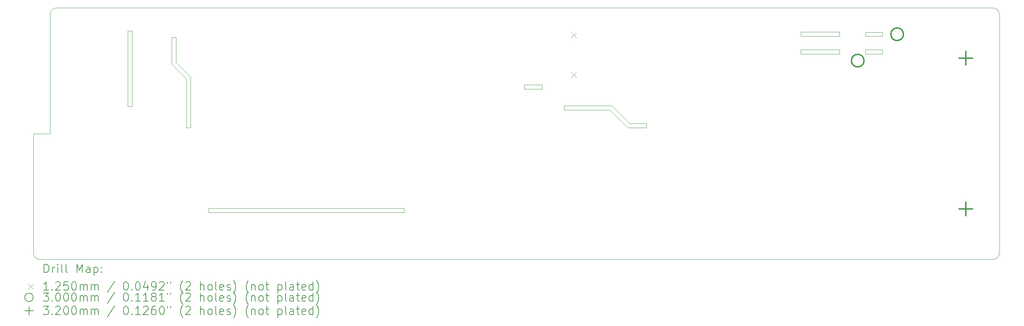
<source format=gbr>
%TF.GenerationSoftware,KiCad,Pcbnew,7.0.10-7.0.10~ubuntu22.04.1*%
%TF.CreationDate,2024-01-02T16:00:06+01:00*%
%TF.ProjectId,EEZ DIB AUX-PS,45455a20-4449-4422-9041-55582d50532e,r3B7*%
%TF.SameCoordinates,Original*%
%TF.FileFunction,Drillmap*%
%TF.FilePolarity,Positive*%
%FSLAX45Y45*%
G04 Gerber Fmt 4.5, Leading zero omitted, Abs format (unit mm)*
G04 Created by KiCad (PCBNEW 7.0.10-7.0.10~ubuntu22.04.1) date 2024-01-02 16:00:06*
%MOMM*%
%LPD*%
G01*
G04 APERTURE LIST*
%ADD10C,0.101600*%
%ADD11C,0.100000*%
%ADD12C,0.200000*%
%ADD13C,0.125000*%
%ADD14C,0.300000*%
%ADD15C,0.320000*%
G04 APERTURE END LIST*
D10*
X7509760Y-12281160D02*
X12170660Y-12281160D01*
X6725110Y-8800360D02*
X6725110Y-8200360D01*
X17955510Y-10363460D02*
X17504660Y-10363460D01*
D11*
X26375110Y-13350360D02*
X26375110Y-7650360D01*
D10*
X15039975Y-9334500D02*
X15465425Y-9334500D01*
X7075110Y-10358410D02*
X7075110Y-9150360D01*
D11*
X3325110Y-13350360D02*
G75*
G03*
X3475110Y-13500360I150000J0D01*
G01*
X3475110Y-13500360D02*
X26225110Y-13500360D01*
D10*
X7075110Y-9150360D02*
X6725110Y-8800360D01*
X15039975Y-9334500D02*
X15039975Y-9436100D01*
X7509760Y-12382760D02*
X12170660Y-12382760D01*
X17549110Y-10261860D02*
X17955510Y-10261860D01*
X6975110Y-10358410D02*
X7075110Y-10358410D01*
D11*
X3725110Y-10500360D02*
X3725110Y-7650360D01*
D10*
X15993360Y-9938010D02*
X15993360Y-9836410D01*
D11*
X26225110Y-13500360D02*
G75*
G03*
X26375110Y-13350360I0J150000D01*
G01*
D10*
X17955510Y-10261860D02*
X17955510Y-10363460D01*
X6625110Y-8840360D02*
X6625110Y-8200360D01*
X6975110Y-10358410D02*
X6975110Y-9190360D01*
X17079210Y-9938010D02*
X15993360Y-9938010D01*
D11*
X3875110Y-7500360D02*
G75*
G03*
X3725110Y-7650360I0J-150000D01*
G01*
D10*
X15465425Y-9436100D02*
X15039975Y-9436100D01*
X17123660Y-9836410D02*
X17549110Y-10261860D01*
X15465425Y-9334500D02*
X15465425Y-9436100D01*
D11*
X26225110Y-7500360D02*
X3875110Y-7500360D01*
X3325110Y-13350360D02*
X3325110Y-10500360D01*
D10*
X15993360Y-9836410D02*
X17123660Y-9836410D01*
X6625110Y-8200360D02*
X6725110Y-8200360D01*
X7509760Y-12382760D02*
X7509760Y-12281160D01*
D11*
X26375110Y-7650360D02*
G75*
G03*
X26225110Y-7500360I-150000J0D01*
G01*
D10*
X6975110Y-9190360D02*
X6625110Y-8840360D01*
X12170660Y-12382760D02*
X12170660Y-12281160D01*
X17504660Y-10363460D02*
X17079210Y-9938010D01*
D11*
X3325110Y-10500360D02*
X3725110Y-10500360D01*
X5575110Y-8050360D02*
X5675110Y-8050360D01*
X5575110Y-9850360D02*
X5575110Y-8050360D01*
X5675110Y-8050360D02*
X5675110Y-9850360D01*
X5675110Y-9850360D02*
X5575110Y-9850360D01*
X23180700Y-8078312D02*
X23580700Y-8078312D01*
X23180700Y-8178312D02*
X23180700Y-8078312D01*
X23180700Y-8498312D02*
X23580700Y-8498312D01*
X23180700Y-8598312D02*
X23180700Y-8498312D01*
X23580700Y-8078312D02*
X23580700Y-8178312D01*
X23580700Y-8178312D02*
X23180700Y-8178312D01*
X23580700Y-8498312D02*
X23580700Y-8598312D01*
X23580700Y-8598312D02*
X23180700Y-8598312D01*
X22558000Y-8077550D02*
X22558000Y-8177550D01*
X21638000Y-8077550D02*
X22558000Y-8077550D01*
X22558000Y-8177550D02*
X21638000Y-8177550D01*
X21638000Y-8177550D02*
X21638000Y-8077550D01*
X22558000Y-8497550D02*
X22558000Y-8597550D01*
X21638000Y-8497550D02*
X22558000Y-8497550D01*
X22558000Y-8597550D02*
X21638000Y-8597550D01*
X21638000Y-8597550D02*
X21638000Y-8497550D01*
D12*
D13*
X16161750Y-8091000D02*
X16286750Y-8216000D01*
X16286750Y-8091000D02*
X16161750Y-8216000D01*
X16161750Y-9037150D02*
X16286750Y-9162150D01*
X16286750Y-9037150D02*
X16161750Y-9162150D01*
D14*
X23145700Y-8758312D02*
G75*
G03*
X22845700Y-8758312I-150000J0D01*
G01*
X22845700Y-8758312D02*
G75*
G03*
X23145700Y-8758312I150000J0D01*
G01*
X24085700Y-8128312D02*
G75*
G03*
X23785700Y-8128312I-150000J0D01*
G01*
X23785700Y-8128312D02*
G75*
G03*
X24085700Y-8128312I150000J0D01*
G01*
D15*
X25575110Y-8540360D02*
X25575110Y-8860360D01*
X25415110Y-8700360D02*
X25735110Y-8700360D01*
X25575110Y-12140360D02*
X25575110Y-12460360D01*
X25415110Y-12300360D02*
X25735110Y-12300360D01*
D12*
X3580887Y-13816844D02*
X3580887Y-13616844D01*
X3580887Y-13616844D02*
X3628506Y-13616844D01*
X3628506Y-13616844D02*
X3657077Y-13626368D01*
X3657077Y-13626368D02*
X3676125Y-13645415D01*
X3676125Y-13645415D02*
X3685649Y-13664463D01*
X3685649Y-13664463D02*
X3695172Y-13702558D01*
X3695172Y-13702558D02*
X3695172Y-13731129D01*
X3695172Y-13731129D02*
X3685649Y-13769225D01*
X3685649Y-13769225D02*
X3676125Y-13788272D01*
X3676125Y-13788272D02*
X3657077Y-13807320D01*
X3657077Y-13807320D02*
X3628506Y-13816844D01*
X3628506Y-13816844D02*
X3580887Y-13816844D01*
X3780887Y-13816844D02*
X3780887Y-13683510D01*
X3780887Y-13721606D02*
X3790411Y-13702558D01*
X3790411Y-13702558D02*
X3799934Y-13693034D01*
X3799934Y-13693034D02*
X3818982Y-13683510D01*
X3818982Y-13683510D02*
X3838030Y-13683510D01*
X3904696Y-13816844D02*
X3904696Y-13683510D01*
X3904696Y-13616844D02*
X3895172Y-13626368D01*
X3895172Y-13626368D02*
X3904696Y-13635891D01*
X3904696Y-13635891D02*
X3914220Y-13626368D01*
X3914220Y-13626368D02*
X3904696Y-13616844D01*
X3904696Y-13616844D02*
X3904696Y-13635891D01*
X4028506Y-13816844D02*
X4009458Y-13807320D01*
X4009458Y-13807320D02*
X3999934Y-13788272D01*
X3999934Y-13788272D02*
X3999934Y-13616844D01*
X4133268Y-13816844D02*
X4114220Y-13807320D01*
X4114220Y-13807320D02*
X4104696Y-13788272D01*
X4104696Y-13788272D02*
X4104696Y-13616844D01*
X4361839Y-13816844D02*
X4361839Y-13616844D01*
X4361839Y-13616844D02*
X4428506Y-13759701D01*
X4428506Y-13759701D02*
X4495173Y-13616844D01*
X4495173Y-13616844D02*
X4495173Y-13816844D01*
X4676125Y-13816844D02*
X4676125Y-13712082D01*
X4676125Y-13712082D02*
X4666601Y-13693034D01*
X4666601Y-13693034D02*
X4647554Y-13683510D01*
X4647554Y-13683510D02*
X4609458Y-13683510D01*
X4609458Y-13683510D02*
X4590411Y-13693034D01*
X4676125Y-13807320D02*
X4657077Y-13816844D01*
X4657077Y-13816844D02*
X4609458Y-13816844D01*
X4609458Y-13816844D02*
X4590411Y-13807320D01*
X4590411Y-13807320D02*
X4580887Y-13788272D01*
X4580887Y-13788272D02*
X4580887Y-13769225D01*
X4580887Y-13769225D02*
X4590411Y-13750177D01*
X4590411Y-13750177D02*
X4609458Y-13740653D01*
X4609458Y-13740653D02*
X4657077Y-13740653D01*
X4657077Y-13740653D02*
X4676125Y-13731129D01*
X4771363Y-13683510D02*
X4771363Y-13883510D01*
X4771363Y-13693034D02*
X4790411Y-13683510D01*
X4790411Y-13683510D02*
X4828506Y-13683510D01*
X4828506Y-13683510D02*
X4847554Y-13693034D01*
X4847554Y-13693034D02*
X4857077Y-13702558D01*
X4857077Y-13702558D02*
X4866601Y-13721606D01*
X4866601Y-13721606D02*
X4866601Y-13778748D01*
X4866601Y-13778748D02*
X4857077Y-13797796D01*
X4857077Y-13797796D02*
X4847554Y-13807320D01*
X4847554Y-13807320D02*
X4828506Y-13816844D01*
X4828506Y-13816844D02*
X4790411Y-13816844D01*
X4790411Y-13816844D02*
X4771363Y-13807320D01*
X4952315Y-13797796D02*
X4961839Y-13807320D01*
X4961839Y-13807320D02*
X4952315Y-13816844D01*
X4952315Y-13816844D02*
X4942792Y-13807320D01*
X4942792Y-13807320D02*
X4952315Y-13797796D01*
X4952315Y-13797796D02*
X4952315Y-13816844D01*
X4952315Y-13693034D02*
X4961839Y-13702558D01*
X4961839Y-13702558D02*
X4952315Y-13712082D01*
X4952315Y-13712082D02*
X4942792Y-13702558D01*
X4942792Y-13702558D02*
X4952315Y-13693034D01*
X4952315Y-13693034D02*
X4952315Y-13712082D01*
D13*
X3195110Y-14082860D02*
X3320110Y-14207860D01*
X3320110Y-14082860D02*
X3195110Y-14207860D01*
D12*
X3685649Y-14236844D02*
X3571363Y-14236844D01*
X3628506Y-14236844D02*
X3628506Y-14036844D01*
X3628506Y-14036844D02*
X3609458Y-14065415D01*
X3609458Y-14065415D02*
X3590411Y-14084463D01*
X3590411Y-14084463D02*
X3571363Y-14093987D01*
X3771363Y-14217796D02*
X3780887Y-14227320D01*
X3780887Y-14227320D02*
X3771363Y-14236844D01*
X3771363Y-14236844D02*
X3761839Y-14227320D01*
X3761839Y-14227320D02*
X3771363Y-14217796D01*
X3771363Y-14217796D02*
X3771363Y-14236844D01*
X3857077Y-14055891D02*
X3866601Y-14046368D01*
X3866601Y-14046368D02*
X3885649Y-14036844D01*
X3885649Y-14036844D02*
X3933268Y-14036844D01*
X3933268Y-14036844D02*
X3952315Y-14046368D01*
X3952315Y-14046368D02*
X3961839Y-14055891D01*
X3961839Y-14055891D02*
X3971363Y-14074939D01*
X3971363Y-14074939D02*
X3971363Y-14093987D01*
X3971363Y-14093987D02*
X3961839Y-14122558D01*
X3961839Y-14122558D02*
X3847553Y-14236844D01*
X3847553Y-14236844D02*
X3971363Y-14236844D01*
X4152315Y-14036844D02*
X4057077Y-14036844D01*
X4057077Y-14036844D02*
X4047553Y-14132082D01*
X4047553Y-14132082D02*
X4057077Y-14122558D01*
X4057077Y-14122558D02*
X4076125Y-14113034D01*
X4076125Y-14113034D02*
X4123744Y-14113034D01*
X4123744Y-14113034D02*
X4142792Y-14122558D01*
X4142792Y-14122558D02*
X4152315Y-14132082D01*
X4152315Y-14132082D02*
X4161839Y-14151129D01*
X4161839Y-14151129D02*
X4161839Y-14198748D01*
X4161839Y-14198748D02*
X4152315Y-14217796D01*
X4152315Y-14217796D02*
X4142792Y-14227320D01*
X4142792Y-14227320D02*
X4123744Y-14236844D01*
X4123744Y-14236844D02*
X4076125Y-14236844D01*
X4076125Y-14236844D02*
X4057077Y-14227320D01*
X4057077Y-14227320D02*
X4047553Y-14217796D01*
X4285649Y-14036844D02*
X4304696Y-14036844D01*
X4304696Y-14036844D02*
X4323744Y-14046368D01*
X4323744Y-14046368D02*
X4333268Y-14055891D01*
X4333268Y-14055891D02*
X4342792Y-14074939D01*
X4342792Y-14074939D02*
X4352315Y-14113034D01*
X4352315Y-14113034D02*
X4352315Y-14160653D01*
X4352315Y-14160653D02*
X4342792Y-14198748D01*
X4342792Y-14198748D02*
X4333268Y-14217796D01*
X4333268Y-14217796D02*
X4323744Y-14227320D01*
X4323744Y-14227320D02*
X4304696Y-14236844D01*
X4304696Y-14236844D02*
X4285649Y-14236844D01*
X4285649Y-14236844D02*
X4266601Y-14227320D01*
X4266601Y-14227320D02*
X4257077Y-14217796D01*
X4257077Y-14217796D02*
X4247554Y-14198748D01*
X4247554Y-14198748D02*
X4238030Y-14160653D01*
X4238030Y-14160653D02*
X4238030Y-14113034D01*
X4238030Y-14113034D02*
X4247554Y-14074939D01*
X4247554Y-14074939D02*
X4257077Y-14055891D01*
X4257077Y-14055891D02*
X4266601Y-14046368D01*
X4266601Y-14046368D02*
X4285649Y-14036844D01*
X4438030Y-14236844D02*
X4438030Y-14103510D01*
X4438030Y-14122558D02*
X4447554Y-14113034D01*
X4447554Y-14113034D02*
X4466601Y-14103510D01*
X4466601Y-14103510D02*
X4495173Y-14103510D01*
X4495173Y-14103510D02*
X4514220Y-14113034D01*
X4514220Y-14113034D02*
X4523744Y-14132082D01*
X4523744Y-14132082D02*
X4523744Y-14236844D01*
X4523744Y-14132082D02*
X4533268Y-14113034D01*
X4533268Y-14113034D02*
X4552315Y-14103510D01*
X4552315Y-14103510D02*
X4580887Y-14103510D01*
X4580887Y-14103510D02*
X4599935Y-14113034D01*
X4599935Y-14113034D02*
X4609458Y-14132082D01*
X4609458Y-14132082D02*
X4609458Y-14236844D01*
X4704696Y-14236844D02*
X4704696Y-14103510D01*
X4704696Y-14122558D02*
X4714220Y-14113034D01*
X4714220Y-14113034D02*
X4733268Y-14103510D01*
X4733268Y-14103510D02*
X4761839Y-14103510D01*
X4761839Y-14103510D02*
X4780887Y-14113034D01*
X4780887Y-14113034D02*
X4790411Y-14132082D01*
X4790411Y-14132082D02*
X4790411Y-14236844D01*
X4790411Y-14132082D02*
X4799935Y-14113034D01*
X4799935Y-14113034D02*
X4818982Y-14103510D01*
X4818982Y-14103510D02*
X4847554Y-14103510D01*
X4847554Y-14103510D02*
X4866601Y-14113034D01*
X4866601Y-14113034D02*
X4876125Y-14132082D01*
X4876125Y-14132082D02*
X4876125Y-14236844D01*
X5266601Y-14027320D02*
X5095173Y-14284463D01*
X5523744Y-14036844D02*
X5542792Y-14036844D01*
X5542792Y-14036844D02*
X5561839Y-14046368D01*
X5561839Y-14046368D02*
X5571363Y-14055891D01*
X5571363Y-14055891D02*
X5580887Y-14074939D01*
X5580887Y-14074939D02*
X5590411Y-14113034D01*
X5590411Y-14113034D02*
X5590411Y-14160653D01*
X5590411Y-14160653D02*
X5580887Y-14198748D01*
X5580887Y-14198748D02*
X5571363Y-14217796D01*
X5571363Y-14217796D02*
X5561839Y-14227320D01*
X5561839Y-14227320D02*
X5542792Y-14236844D01*
X5542792Y-14236844D02*
X5523744Y-14236844D01*
X5523744Y-14236844D02*
X5504697Y-14227320D01*
X5504697Y-14227320D02*
X5495173Y-14217796D01*
X5495173Y-14217796D02*
X5485649Y-14198748D01*
X5485649Y-14198748D02*
X5476125Y-14160653D01*
X5476125Y-14160653D02*
X5476125Y-14113034D01*
X5476125Y-14113034D02*
X5485649Y-14074939D01*
X5485649Y-14074939D02*
X5495173Y-14055891D01*
X5495173Y-14055891D02*
X5504697Y-14046368D01*
X5504697Y-14046368D02*
X5523744Y-14036844D01*
X5676125Y-14217796D02*
X5685649Y-14227320D01*
X5685649Y-14227320D02*
X5676125Y-14236844D01*
X5676125Y-14236844D02*
X5666601Y-14227320D01*
X5666601Y-14227320D02*
X5676125Y-14217796D01*
X5676125Y-14217796D02*
X5676125Y-14236844D01*
X5809458Y-14036844D02*
X5828506Y-14036844D01*
X5828506Y-14036844D02*
X5847554Y-14046368D01*
X5847554Y-14046368D02*
X5857077Y-14055891D01*
X5857077Y-14055891D02*
X5866601Y-14074939D01*
X5866601Y-14074939D02*
X5876125Y-14113034D01*
X5876125Y-14113034D02*
X5876125Y-14160653D01*
X5876125Y-14160653D02*
X5866601Y-14198748D01*
X5866601Y-14198748D02*
X5857077Y-14217796D01*
X5857077Y-14217796D02*
X5847554Y-14227320D01*
X5847554Y-14227320D02*
X5828506Y-14236844D01*
X5828506Y-14236844D02*
X5809458Y-14236844D01*
X5809458Y-14236844D02*
X5790411Y-14227320D01*
X5790411Y-14227320D02*
X5780887Y-14217796D01*
X5780887Y-14217796D02*
X5771363Y-14198748D01*
X5771363Y-14198748D02*
X5761839Y-14160653D01*
X5761839Y-14160653D02*
X5761839Y-14113034D01*
X5761839Y-14113034D02*
X5771363Y-14074939D01*
X5771363Y-14074939D02*
X5780887Y-14055891D01*
X5780887Y-14055891D02*
X5790411Y-14046368D01*
X5790411Y-14046368D02*
X5809458Y-14036844D01*
X6047554Y-14103510D02*
X6047554Y-14236844D01*
X5999935Y-14027320D02*
X5952316Y-14170177D01*
X5952316Y-14170177D02*
X6076125Y-14170177D01*
X6161839Y-14236844D02*
X6199935Y-14236844D01*
X6199935Y-14236844D02*
X6218982Y-14227320D01*
X6218982Y-14227320D02*
X6228506Y-14217796D01*
X6228506Y-14217796D02*
X6247554Y-14189225D01*
X6247554Y-14189225D02*
X6257077Y-14151129D01*
X6257077Y-14151129D02*
X6257077Y-14074939D01*
X6257077Y-14074939D02*
X6247554Y-14055891D01*
X6247554Y-14055891D02*
X6238030Y-14046368D01*
X6238030Y-14046368D02*
X6218982Y-14036844D01*
X6218982Y-14036844D02*
X6180887Y-14036844D01*
X6180887Y-14036844D02*
X6161839Y-14046368D01*
X6161839Y-14046368D02*
X6152316Y-14055891D01*
X6152316Y-14055891D02*
X6142792Y-14074939D01*
X6142792Y-14074939D02*
X6142792Y-14122558D01*
X6142792Y-14122558D02*
X6152316Y-14141606D01*
X6152316Y-14141606D02*
X6161839Y-14151129D01*
X6161839Y-14151129D02*
X6180887Y-14160653D01*
X6180887Y-14160653D02*
X6218982Y-14160653D01*
X6218982Y-14160653D02*
X6238030Y-14151129D01*
X6238030Y-14151129D02*
X6247554Y-14141606D01*
X6247554Y-14141606D02*
X6257077Y-14122558D01*
X6333268Y-14055891D02*
X6342792Y-14046368D01*
X6342792Y-14046368D02*
X6361839Y-14036844D01*
X6361839Y-14036844D02*
X6409458Y-14036844D01*
X6409458Y-14036844D02*
X6428506Y-14046368D01*
X6428506Y-14046368D02*
X6438030Y-14055891D01*
X6438030Y-14055891D02*
X6447554Y-14074939D01*
X6447554Y-14074939D02*
X6447554Y-14093987D01*
X6447554Y-14093987D02*
X6438030Y-14122558D01*
X6438030Y-14122558D02*
X6323744Y-14236844D01*
X6323744Y-14236844D02*
X6447554Y-14236844D01*
X6523744Y-14036844D02*
X6523744Y-14074939D01*
X6599935Y-14036844D02*
X6599935Y-14074939D01*
X6895173Y-14313034D02*
X6885649Y-14303510D01*
X6885649Y-14303510D02*
X6866601Y-14274939D01*
X6866601Y-14274939D02*
X6857078Y-14255891D01*
X6857078Y-14255891D02*
X6847554Y-14227320D01*
X6847554Y-14227320D02*
X6838030Y-14179701D01*
X6838030Y-14179701D02*
X6838030Y-14141606D01*
X6838030Y-14141606D02*
X6847554Y-14093987D01*
X6847554Y-14093987D02*
X6857078Y-14065415D01*
X6857078Y-14065415D02*
X6866601Y-14046368D01*
X6866601Y-14046368D02*
X6885649Y-14017796D01*
X6885649Y-14017796D02*
X6895173Y-14008272D01*
X6961839Y-14055891D02*
X6971363Y-14046368D01*
X6971363Y-14046368D02*
X6990411Y-14036844D01*
X6990411Y-14036844D02*
X7038030Y-14036844D01*
X7038030Y-14036844D02*
X7057078Y-14046368D01*
X7057078Y-14046368D02*
X7066601Y-14055891D01*
X7066601Y-14055891D02*
X7076125Y-14074939D01*
X7076125Y-14074939D02*
X7076125Y-14093987D01*
X7076125Y-14093987D02*
X7066601Y-14122558D01*
X7066601Y-14122558D02*
X6952316Y-14236844D01*
X6952316Y-14236844D02*
X7076125Y-14236844D01*
X7314220Y-14236844D02*
X7314220Y-14036844D01*
X7399935Y-14236844D02*
X7399935Y-14132082D01*
X7399935Y-14132082D02*
X7390411Y-14113034D01*
X7390411Y-14113034D02*
X7371363Y-14103510D01*
X7371363Y-14103510D02*
X7342792Y-14103510D01*
X7342792Y-14103510D02*
X7323744Y-14113034D01*
X7323744Y-14113034D02*
X7314220Y-14122558D01*
X7523744Y-14236844D02*
X7504697Y-14227320D01*
X7504697Y-14227320D02*
X7495173Y-14217796D01*
X7495173Y-14217796D02*
X7485649Y-14198748D01*
X7485649Y-14198748D02*
X7485649Y-14141606D01*
X7485649Y-14141606D02*
X7495173Y-14122558D01*
X7495173Y-14122558D02*
X7504697Y-14113034D01*
X7504697Y-14113034D02*
X7523744Y-14103510D01*
X7523744Y-14103510D02*
X7552316Y-14103510D01*
X7552316Y-14103510D02*
X7571363Y-14113034D01*
X7571363Y-14113034D02*
X7580887Y-14122558D01*
X7580887Y-14122558D02*
X7590411Y-14141606D01*
X7590411Y-14141606D02*
X7590411Y-14198748D01*
X7590411Y-14198748D02*
X7580887Y-14217796D01*
X7580887Y-14217796D02*
X7571363Y-14227320D01*
X7571363Y-14227320D02*
X7552316Y-14236844D01*
X7552316Y-14236844D02*
X7523744Y-14236844D01*
X7704697Y-14236844D02*
X7685649Y-14227320D01*
X7685649Y-14227320D02*
X7676125Y-14208272D01*
X7676125Y-14208272D02*
X7676125Y-14036844D01*
X7857078Y-14227320D02*
X7838030Y-14236844D01*
X7838030Y-14236844D02*
X7799935Y-14236844D01*
X7799935Y-14236844D02*
X7780887Y-14227320D01*
X7780887Y-14227320D02*
X7771363Y-14208272D01*
X7771363Y-14208272D02*
X7771363Y-14132082D01*
X7771363Y-14132082D02*
X7780887Y-14113034D01*
X7780887Y-14113034D02*
X7799935Y-14103510D01*
X7799935Y-14103510D02*
X7838030Y-14103510D01*
X7838030Y-14103510D02*
X7857078Y-14113034D01*
X7857078Y-14113034D02*
X7866601Y-14132082D01*
X7866601Y-14132082D02*
X7866601Y-14151129D01*
X7866601Y-14151129D02*
X7771363Y-14170177D01*
X7942792Y-14227320D02*
X7961840Y-14236844D01*
X7961840Y-14236844D02*
X7999935Y-14236844D01*
X7999935Y-14236844D02*
X8018982Y-14227320D01*
X8018982Y-14227320D02*
X8028506Y-14208272D01*
X8028506Y-14208272D02*
X8028506Y-14198748D01*
X8028506Y-14198748D02*
X8018982Y-14179701D01*
X8018982Y-14179701D02*
X7999935Y-14170177D01*
X7999935Y-14170177D02*
X7971363Y-14170177D01*
X7971363Y-14170177D02*
X7952316Y-14160653D01*
X7952316Y-14160653D02*
X7942792Y-14141606D01*
X7942792Y-14141606D02*
X7942792Y-14132082D01*
X7942792Y-14132082D02*
X7952316Y-14113034D01*
X7952316Y-14113034D02*
X7971363Y-14103510D01*
X7971363Y-14103510D02*
X7999935Y-14103510D01*
X7999935Y-14103510D02*
X8018982Y-14113034D01*
X8095173Y-14313034D02*
X8104697Y-14303510D01*
X8104697Y-14303510D02*
X8123744Y-14274939D01*
X8123744Y-14274939D02*
X8133268Y-14255891D01*
X8133268Y-14255891D02*
X8142792Y-14227320D01*
X8142792Y-14227320D02*
X8152316Y-14179701D01*
X8152316Y-14179701D02*
X8152316Y-14141606D01*
X8152316Y-14141606D02*
X8142792Y-14093987D01*
X8142792Y-14093987D02*
X8133268Y-14065415D01*
X8133268Y-14065415D02*
X8123744Y-14046368D01*
X8123744Y-14046368D02*
X8104697Y-14017796D01*
X8104697Y-14017796D02*
X8095173Y-14008272D01*
X8457078Y-14313034D02*
X8447554Y-14303510D01*
X8447554Y-14303510D02*
X8428506Y-14274939D01*
X8428506Y-14274939D02*
X8418983Y-14255891D01*
X8418983Y-14255891D02*
X8409459Y-14227320D01*
X8409459Y-14227320D02*
X8399935Y-14179701D01*
X8399935Y-14179701D02*
X8399935Y-14141606D01*
X8399935Y-14141606D02*
X8409459Y-14093987D01*
X8409459Y-14093987D02*
X8418983Y-14065415D01*
X8418983Y-14065415D02*
X8428506Y-14046368D01*
X8428506Y-14046368D02*
X8447554Y-14017796D01*
X8447554Y-14017796D02*
X8457078Y-14008272D01*
X8533268Y-14103510D02*
X8533268Y-14236844D01*
X8533268Y-14122558D02*
X8542792Y-14113034D01*
X8542792Y-14113034D02*
X8561840Y-14103510D01*
X8561840Y-14103510D02*
X8590411Y-14103510D01*
X8590411Y-14103510D02*
X8609459Y-14113034D01*
X8609459Y-14113034D02*
X8618983Y-14132082D01*
X8618983Y-14132082D02*
X8618983Y-14236844D01*
X8742792Y-14236844D02*
X8723744Y-14227320D01*
X8723744Y-14227320D02*
X8714221Y-14217796D01*
X8714221Y-14217796D02*
X8704697Y-14198748D01*
X8704697Y-14198748D02*
X8704697Y-14141606D01*
X8704697Y-14141606D02*
X8714221Y-14122558D01*
X8714221Y-14122558D02*
X8723744Y-14113034D01*
X8723744Y-14113034D02*
X8742792Y-14103510D01*
X8742792Y-14103510D02*
X8771364Y-14103510D01*
X8771364Y-14103510D02*
X8790411Y-14113034D01*
X8790411Y-14113034D02*
X8799935Y-14122558D01*
X8799935Y-14122558D02*
X8809459Y-14141606D01*
X8809459Y-14141606D02*
X8809459Y-14198748D01*
X8809459Y-14198748D02*
X8799935Y-14217796D01*
X8799935Y-14217796D02*
X8790411Y-14227320D01*
X8790411Y-14227320D02*
X8771364Y-14236844D01*
X8771364Y-14236844D02*
X8742792Y-14236844D01*
X8866602Y-14103510D02*
X8942792Y-14103510D01*
X8895173Y-14036844D02*
X8895173Y-14208272D01*
X8895173Y-14208272D02*
X8904697Y-14227320D01*
X8904697Y-14227320D02*
X8923744Y-14236844D01*
X8923744Y-14236844D02*
X8942792Y-14236844D01*
X9161840Y-14103510D02*
X9161840Y-14303510D01*
X9161840Y-14113034D02*
X9180887Y-14103510D01*
X9180887Y-14103510D02*
X9218983Y-14103510D01*
X9218983Y-14103510D02*
X9238030Y-14113034D01*
X9238030Y-14113034D02*
X9247554Y-14122558D01*
X9247554Y-14122558D02*
X9257078Y-14141606D01*
X9257078Y-14141606D02*
X9257078Y-14198748D01*
X9257078Y-14198748D02*
X9247554Y-14217796D01*
X9247554Y-14217796D02*
X9238030Y-14227320D01*
X9238030Y-14227320D02*
X9218983Y-14236844D01*
X9218983Y-14236844D02*
X9180887Y-14236844D01*
X9180887Y-14236844D02*
X9161840Y-14227320D01*
X9371364Y-14236844D02*
X9352316Y-14227320D01*
X9352316Y-14227320D02*
X9342792Y-14208272D01*
X9342792Y-14208272D02*
X9342792Y-14036844D01*
X9533268Y-14236844D02*
X9533268Y-14132082D01*
X9533268Y-14132082D02*
X9523745Y-14113034D01*
X9523745Y-14113034D02*
X9504697Y-14103510D01*
X9504697Y-14103510D02*
X9466602Y-14103510D01*
X9466602Y-14103510D02*
X9447554Y-14113034D01*
X9533268Y-14227320D02*
X9514221Y-14236844D01*
X9514221Y-14236844D02*
X9466602Y-14236844D01*
X9466602Y-14236844D02*
X9447554Y-14227320D01*
X9447554Y-14227320D02*
X9438030Y-14208272D01*
X9438030Y-14208272D02*
X9438030Y-14189225D01*
X9438030Y-14189225D02*
X9447554Y-14170177D01*
X9447554Y-14170177D02*
X9466602Y-14160653D01*
X9466602Y-14160653D02*
X9514221Y-14160653D01*
X9514221Y-14160653D02*
X9533268Y-14151129D01*
X9599935Y-14103510D02*
X9676125Y-14103510D01*
X9628506Y-14036844D02*
X9628506Y-14208272D01*
X9628506Y-14208272D02*
X9638030Y-14227320D01*
X9638030Y-14227320D02*
X9657078Y-14236844D01*
X9657078Y-14236844D02*
X9676125Y-14236844D01*
X9818983Y-14227320D02*
X9799935Y-14236844D01*
X9799935Y-14236844D02*
X9761840Y-14236844D01*
X9761840Y-14236844D02*
X9742792Y-14227320D01*
X9742792Y-14227320D02*
X9733268Y-14208272D01*
X9733268Y-14208272D02*
X9733268Y-14132082D01*
X9733268Y-14132082D02*
X9742792Y-14113034D01*
X9742792Y-14113034D02*
X9761840Y-14103510D01*
X9761840Y-14103510D02*
X9799935Y-14103510D01*
X9799935Y-14103510D02*
X9818983Y-14113034D01*
X9818983Y-14113034D02*
X9828506Y-14132082D01*
X9828506Y-14132082D02*
X9828506Y-14151129D01*
X9828506Y-14151129D02*
X9733268Y-14170177D01*
X9999935Y-14236844D02*
X9999935Y-14036844D01*
X9999935Y-14227320D02*
X9980887Y-14236844D01*
X9980887Y-14236844D02*
X9942792Y-14236844D01*
X9942792Y-14236844D02*
X9923745Y-14227320D01*
X9923745Y-14227320D02*
X9914221Y-14217796D01*
X9914221Y-14217796D02*
X9904697Y-14198748D01*
X9904697Y-14198748D02*
X9904697Y-14141606D01*
X9904697Y-14141606D02*
X9914221Y-14122558D01*
X9914221Y-14122558D02*
X9923745Y-14113034D01*
X9923745Y-14113034D02*
X9942792Y-14103510D01*
X9942792Y-14103510D02*
X9980887Y-14103510D01*
X9980887Y-14103510D02*
X9999935Y-14113034D01*
X10076126Y-14313034D02*
X10085649Y-14303510D01*
X10085649Y-14303510D02*
X10104697Y-14274939D01*
X10104697Y-14274939D02*
X10114221Y-14255891D01*
X10114221Y-14255891D02*
X10123745Y-14227320D01*
X10123745Y-14227320D02*
X10133268Y-14179701D01*
X10133268Y-14179701D02*
X10133268Y-14141606D01*
X10133268Y-14141606D02*
X10123745Y-14093987D01*
X10123745Y-14093987D02*
X10114221Y-14065415D01*
X10114221Y-14065415D02*
X10104697Y-14046368D01*
X10104697Y-14046368D02*
X10085649Y-14017796D01*
X10085649Y-14017796D02*
X10076126Y-14008272D01*
X3320110Y-14409360D02*
G75*
G03*
X3120110Y-14409360I-100000J0D01*
G01*
X3120110Y-14409360D02*
G75*
G03*
X3320110Y-14409360I100000J0D01*
G01*
X3561839Y-14300844D02*
X3685649Y-14300844D01*
X3685649Y-14300844D02*
X3618982Y-14377034D01*
X3618982Y-14377034D02*
X3647553Y-14377034D01*
X3647553Y-14377034D02*
X3666601Y-14386558D01*
X3666601Y-14386558D02*
X3676125Y-14396082D01*
X3676125Y-14396082D02*
X3685649Y-14415129D01*
X3685649Y-14415129D02*
X3685649Y-14462748D01*
X3685649Y-14462748D02*
X3676125Y-14481796D01*
X3676125Y-14481796D02*
X3666601Y-14491320D01*
X3666601Y-14491320D02*
X3647553Y-14500844D01*
X3647553Y-14500844D02*
X3590411Y-14500844D01*
X3590411Y-14500844D02*
X3571363Y-14491320D01*
X3571363Y-14491320D02*
X3561839Y-14481796D01*
X3771363Y-14481796D02*
X3780887Y-14491320D01*
X3780887Y-14491320D02*
X3771363Y-14500844D01*
X3771363Y-14500844D02*
X3761839Y-14491320D01*
X3761839Y-14491320D02*
X3771363Y-14481796D01*
X3771363Y-14481796D02*
X3771363Y-14500844D01*
X3904696Y-14300844D02*
X3923744Y-14300844D01*
X3923744Y-14300844D02*
X3942792Y-14310368D01*
X3942792Y-14310368D02*
X3952315Y-14319891D01*
X3952315Y-14319891D02*
X3961839Y-14338939D01*
X3961839Y-14338939D02*
X3971363Y-14377034D01*
X3971363Y-14377034D02*
X3971363Y-14424653D01*
X3971363Y-14424653D02*
X3961839Y-14462748D01*
X3961839Y-14462748D02*
X3952315Y-14481796D01*
X3952315Y-14481796D02*
X3942792Y-14491320D01*
X3942792Y-14491320D02*
X3923744Y-14500844D01*
X3923744Y-14500844D02*
X3904696Y-14500844D01*
X3904696Y-14500844D02*
X3885649Y-14491320D01*
X3885649Y-14491320D02*
X3876125Y-14481796D01*
X3876125Y-14481796D02*
X3866601Y-14462748D01*
X3866601Y-14462748D02*
X3857077Y-14424653D01*
X3857077Y-14424653D02*
X3857077Y-14377034D01*
X3857077Y-14377034D02*
X3866601Y-14338939D01*
X3866601Y-14338939D02*
X3876125Y-14319891D01*
X3876125Y-14319891D02*
X3885649Y-14310368D01*
X3885649Y-14310368D02*
X3904696Y-14300844D01*
X4095172Y-14300844D02*
X4114220Y-14300844D01*
X4114220Y-14300844D02*
X4133268Y-14310368D01*
X4133268Y-14310368D02*
X4142792Y-14319891D01*
X4142792Y-14319891D02*
X4152315Y-14338939D01*
X4152315Y-14338939D02*
X4161839Y-14377034D01*
X4161839Y-14377034D02*
X4161839Y-14424653D01*
X4161839Y-14424653D02*
X4152315Y-14462748D01*
X4152315Y-14462748D02*
X4142792Y-14481796D01*
X4142792Y-14481796D02*
X4133268Y-14491320D01*
X4133268Y-14491320D02*
X4114220Y-14500844D01*
X4114220Y-14500844D02*
X4095172Y-14500844D01*
X4095172Y-14500844D02*
X4076125Y-14491320D01*
X4076125Y-14491320D02*
X4066601Y-14481796D01*
X4066601Y-14481796D02*
X4057077Y-14462748D01*
X4057077Y-14462748D02*
X4047553Y-14424653D01*
X4047553Y-14424653D02*
X4047553Y-14377034D01*
X4047553Y-14377034D02*
X4057077Y-14338939D01*
X4057077Y-14338939D02*
X4066601Y-14319891D01*
X4066601Y-14319891D02*
X4076125Y-14310368D01*
X4076125Y-14310368D02*
X4095172Y-14300844D01*
X4285649Y-14300844D02*
X4304696Y-14300844D01*
X4304696Y-14300844D02*
X4323744Y-14310368D01*
X4323744Y-14310368D02*
X4333268Y-14319891D01*
X4333268Y-14319891D02*
X4342792Y-14338939D01*
X4342792Y-14338939D02*
X4352315Y-14377034D01*
X4352315Y-14377034D02*
X4352315Y-14424653D01*
X4352315Y-14424653D02*
X4342792Y-14462748D01*
X4342792Y-14462748D02*
X4333268Y-14481796D01*
X4333268Y-14481796D02*
X4323744Y-14491320D01*
X4323744Y-14491320D02*
X4304696Y-14500844D01*
X4304696Y-14500844D02*
X4285649Y-14500844D01*
X4285649Y-14500844D02*
X4266601Y-14491320D01*
X4266601Y-14491320D02*
X4257077Y-14481796D01*
X4257077Y-14481796D02*
X4247554Y-14462748D01*
X4247554Y-14462748D02*
X4238030Y-14424653D01*
X4238030Y-14424653D02*
X4238030Y-14377034D01*
X4238030Y-14377034D02*
X4247554Y-14338939D01*
X4247554Y-14338939D02*
X4257077Y-14319891D01*
X4257077Y-14319891D02*
X4266601Y-14310368D01*
X4266601Y-14310368D02*
X4285649Y-14300844D01*
X4438030Y-14500844D02*
X4438030Y-14367510D01*
X4438030Y-14386558D02*
X4447554Y-14377034D01*
X4447554Y-14377034D02*
X4466601Y-14367510D01*
X4466601Y-14367510D02*
X4495173Y-14367510D01*
X4495173Y-14367510D02*
X4514220Y-14377034D01*
X4514220Y-14377034D02*
X4523744Y-14396082D01*
X4523744Y-14396082D02*
X4523744Y-14500844D01*
X4523744Y-14396082D02*
X4533268Y-14377034D01*
X4533268Y-14377034D02*
X4552315Y-14367510D01*
X4552315Y-14367510D02*
X4580887Y-14367510D01*
X4580887Y-14367510D02*
X4599935Y-14377034D01*
X4599935Y-14377034D02*
X4609458Y-14396082D01*
X4609458Y-14396082D02*
X4609458Y-14500844D01*
X4704696Y-14500844D02*
X4704696Y-14367510D01*
X4704696Y-14386558D02*
X4714220Y-14377034D01*
X4714220Y-14377034D02*
X4733268Y-14367510D01*
X4733268Y-14367510D02*
X4761839Y-14367510D01*
X4761839Y-14367510D02*
X4780887Y-14377034D01*
X4780887Y-14377034D02*
X4790411Y-14396082D01*
X4790411Y-14396082D02*
X4790411Y-14500844D01*
X4790411Y-14396082D02*
X4799935Y-14377034D01*
X4799935Y-14377034D02*
X4818982Y-14367510D01*
X4818982Y-14367510D02*
X4847554Y-14367510D01*
X4847554Y-14367510D02*
X4866601Y-14377034D01*
X4866601Y-14377034D02*
X4876125Y-14396082D01*
X4876125Y-14396082D02*
X4876125Y-14500844D01*
X5266601Y-14291320D02*
X5095173Y-14548463D01*
X5523744Y-14300844D02*
X5542792Y-14300844D01*
X5542792Y-14300844D02*
X5561839Y-14310368D01*
X5561839Y-14310368D02*
X5571363Y-14319891D01*
X5571363Y-14319891D02*
X5580887Y-14338939D01*
X5580887Y-14338939D02*
X5590411Y-14377034D01*
X5590411Y-14377034D02*
X5590411Y-14424653D01*
X5590411Y-14424653D02*
X5580887Y-14462748D01*
X5580887Y-14462748D02*
X5571363Y-14481796D01*
X5571363Y-14481796D02*
X5561839Y-14491320D01*
X5561839Y-14491320D02*
X5542792Y-14500844D01*
X5542792Y-14500844D02*
X5523744Y-14500844D01*
X5523744Y-14500844D02*
X5504697Y-14491320D01*
X5504697Y-14491320D02*
X5495173Y-14481796D01*
X5495173Y-14481796D02*
X5485649Y-14462748D01*
X5485649Y-14462748D02*
X5476125Y-14424653D01*
X5476125Y-14424653D02*
X5476125Y-14377034D01*
X5476125Y-14377034D02*
X5485649Y-14338939D01*
X5485649Y-14338939D02*
X5495173Y-14319891D01*
X5495173Y-14319891D02*
X5504697Y-14310368D01*
X5504697Y-14310368D02*
X5523744Y-14300844D01*
X5676125Y-14481796D02*
X5685649Y-14491320D01*
X5685649Y-14491320D02*
X5676125Y-14500844D01*
X5676125Y-14500844D02*
X5666601Y-14491320D01*
X5666601Y-14491320D02*
X5676125Y-14481796D01*
X5676125Y-14481796D02*
X5676125Y-14500844D01*
X5876125Y-14500844D02*
X5761839Y-14500844D01*
X5818982Y-14500844D02*
X5818982Y-14300844D01*
X5818982Y-14300844D02*
X5799935Y-14329415D01*
X5799935Y-14329415D02*
X5780887Y-14348463D01*
X5780887Y-14348463D02*
X5761839Y-14357987D01*
X6066601Y-14500844D02*
X5952316Y-14500844D01*
X6009458Y-14500844D02*
X6009458Y-14300844D01*
X6009458Y-14300844D02*
X5990411Y-14329415D01*
X5990411Y-14329415D02*
X5971363Y-14348463D01*
X5971363Y-14348463D02*
X5952316Y-14357987D01*
X6180887Y-14386558D02*
X6161839Y-14377034D01*
X6161839Y-14377034D02*
X6152316Y-14367510D01*
X6152316Y-14367510D02*
X6142792Y-14348463D01*
X6142792Y-14348463D02*
X6142792Y-14338939D01*
X6142792Y-14338939D02*
X6152316Y-14319891D01*
X6152316Y-14319891D02*
X6161839Y-14310368D01*
X6161839Y-14310368D02*
X6180887Y-14300844D01*
X6180887Y-14300844D02*
X6218982Y-14300844D01*
X6218982Y-14300844D02*
X6238030Y-14310368D01*
X6238030Y-14310368D02*
X6247554Y-14319891D01*
X6247554Y-14319891D02*
X6257077Y-14338939D01*
X6257077Y-14338939D02*
X6257077Y-14348463D01*
X6257077Y-14348463D02*
X6247554Y-14367510D01*
X6247554Y-14367510D02*
X6238030Y-14377034D01*
X6238030Y-14377034D02*
X6218982Y-14386558D01*
X6218982Y-14386558D02*
X6180887Y-14386558D01*
X6180887Y-14386558D02*
X6161839Y-14396082D01*
X6161839Y-14396082D02*
X6152316Y-14405606D01*
X6152316Y-14405606D02*
X6142792Y-14424653D01*
X6142792Y-14424653D02*
X6142792Y-14462748D01*
X6142792Y-14462748D02*
X6152316Y-14481796D01*
X6152316Y-14481796D02*
X6161839Y-14491320D01*
X6161839Y-14491320D02*
X6180887Y-14500844D01*
X6180887Y-14500844D02*
X6218982Y-14500844D01*
X6218982Y-14500844D02*
X6238030Y-14491320D01*
X6238030Y-14491320D02*
X6247554Y-14481796D01*
X6247554Y-14481796D02*
X6257077Y-14462748D01*
X6257077Y-14462748D02*
X6257077Y-14424653D01*
X6257077Y-14424653D02*
X6247554Y-14405606D01*
X6247554Y-14405606D02*
X6238030Y-14396082D01*
X6238030Y-14396082D02*
X6218982Y-14386558D01*
X6447554Y-14500844D02*
X6333268Y-14500844D01*
X6390411Y-14500844D02*
X6390411Y-14300844D01*
X6390411Y-14300844D02*
X6371363Y-14329415D01*
X6371363Y-14329415D02*
X6352316Y-14348463D01*
X6352316Y-14348463D02*
X6333268Y-14357987D01*
X6523744Y-14300844D02*
X6523744Y-14338939D01*
X6599935Y-14300844D02*
X6599935Y-14338939D01*
X6895173Y-14577034D02*
X6885649Y-14567510D01*
X6885649Y-14567510D02*
X6866601Y-14538939D01*
X6866601Y-14538939D02*
X6857078Y-14519891D01*
X6857078Y-14519891D02*
X6847554Y-14491320D01*
X6847554Y-14491320D02*
X6838030Y-14443701D01*
X6838030Y-14443701D02*
X6838030Y-14405606D01*
X6838030Y-14405606D02*
X6847554Y-14357987D01*
X6847554Y-14357987D02*
X6857078Y-14329415D01*
X6857078Y-14329415D02*
X6866601Y-14310368D01*
X6866601Y-14310368D02*
X6885649Y-14281796D01*
X6885649Y-14281796D02*
X6895173Y-14272272D01*
X6961839Y-14319891D02*
X6971363Y-14310368D01*
X6971363Y-14310368D02*
X6990411Y-14300844D01*
X6990411Y-14300844D02*
X7038030Y-14300844D01*
X7038030Y-14300844D02*
X7057078Y-14310368D01*
X7057078Y-14310368D02*
X7066601Y-14319891D01*
X7066601Y-14319891D02*
X7076125Y-14338939D01*
X7076125Y-14338939D02*
X7076125Y-14357987D01*
X7076125Y-14357987D02*
X7066601Y-14386558D01*
X7066601Y-14386558D02*
X6952316Y-14500844D01*
X6952316Y-14500844D02*
X7076125Y-14500844D01*
X7314220Y-14500844D02*
X7314220Y-14300844D01*
X7399935Y-14500844D02*
X7399935Y-14396082D01*
X7399935Y-14396082D02*
X7390411Y-14377034D01*
X7390411Y-14377034D02*
X7371363Y-14367510D01*
X7371363Y-14367510D02*
X7342792Y-14367510D01*
X7342792Y-14367510D02*
X7323744Y-14377034D01*
X7323744Y-14377034D02*
X7314220Y-14386558D01*
X7523744Y-14500844D02*
X7504697Y-14491320D01*
X7504697Y-14491320D02*
X7495173Y-14481796D01*
X7495173Y-14481796D02*
X7485649Y-14462748D01*
X7485649Y-14462748D02*
X7485649Y-14405606D01*
X7485649Y-14405606D02*
X7495173Y-14386558D01*
X7495173Y-14386558D02*
X7504697Y-14377034D01*
X7504697Y-14377034D02*
X7523744Y-14367510D01*
X7523744Y-14367510D02*
X7552316Y-14367510D01*
X7552316Y-14367510D02*
X7571363Y-14377034D01*
X7571363Y-14377034D02*
X7580887Y-14386558D01*
X7580887Y-14386558D02*
X7590411Y-14405606D01*
X7590411Y-14405606D02*
X7590411Y-14462748D01*
X7590411Y-14462748D02*
X7580887Y-14481796D01*
X7580887Y-14481796D02*
X7571363Y-14491320D01*
X7571363Y-14491320D02*
X7552316Y-14500844D01*
X7552316Y-14500844D02*
X7523744Y-14500844D01*
X7704697Y-14500844D02*
X7685649Y-14491320D01*
X7685649Y-14491320D02*
X7676125Y-14472272D01*
X7676125Y-14472272D02*
X7676125Y-14300844D01*
X7857078Y-14491320D02*
X7838030Y-14500844D01*
X7838030Y-14500844D02*
X7799935Y-14500844D01*
X7799935Y-14500844D02*
X7780887Y-14491320D01*
X7780887Y-14491320D02*
X7771363Y-14472272D01*
X7771363Y-14472272D02*
X7771363Y-14396082D01*
X7771363Y-14396082D02*
X7780887Y-14377034D01*
X7780887Y-14377034D02*
X7799935Y-14367510D01*
X7799935Y-14367510D02*
X7838030Y-14367510D01*
X7838030Y-14367510D02*
X7857078Y-14377034D01*
X7857078Y-14377034D02*
X7866601Y-14396082D01*
X7866601Y-14396082D02*
X7866601Y-14415129D01*
X7866601Y-14415129D02*
X7771363Y-14434177D01*
X7942792Y-14491320D02*
X7961840Y-14500844D01*
X7961840Y-14500844D02*
X7999935Y-14500844D01*
X7999935Y-14500844D02*
X8018982Y-14491320D01*
X8018982Y-14491320D02*
X8028506Y-14472272D01*
X8028506Y-14472272D02*
X8028506Y-14462748D01*
X8028506Y-14462748D02*
X8018982Y-14443701D01*
X8018982Y-14443701D02*
X7999935Y-14434177D01*
X7999935Y-14434177D02*
X7971363Y-14434177D01*
X7971363Y-14434177D02*
X7952316Y-14424653D01*
X7952316Y-14424653D02*
X7942792Y-14405606D01*
X7942792Y-14405606D02*
X7942792Y-14396082D01*
X7942792Y-14396082D02*
X7952316Y-14377034D01*
X7952316Y-14377034D02*
X7971363Y-14367510D01*
X7971363Y-14367510D02*
X7999935Y-14367510D01*
X7999935Y-14367510D02*
X8018982Y-14377034D01*
X8095173Y-14577034D02*
X8104697Y-14567510D01*
X8104697Y-14567510D02*
X8123744Y-14538939D01*
X8123744Y-14538939D02*
X8133268Y-14519891D01*
X8133268Y-14519891D02*
X8142792Y-14491320D01*
X8142792Y-14491320D02*
X8152316Y-14443701D01*
X8152316Y-14443701D02*
X8152316Y-14405606D01*
X8152316Y-14405606D02*
X8142792Y-14357987D01*
X8142792Y-14357987D02*
X8133268Y-14329415D01*
X8133268Y-14329415D02*
X8123744Y-14310368D01*
X8123744Y-14310368D02*
X8104697Y-14281796D01*
X8104697Y-14281796D02*
X8095173Y-14272272D01*
X8457078Y-14577034D02*
X8447554Y-14567510D01*
X8447554Y-14567510D02*
X8428506Y-14538939D01*
X8428506Y-14538939D02*
X8418983Y-14519891D01*
X8418983Y-14519891D02*
X8409459Y-14491320D01*
X8409459Y-14491320D02*
X8399935Y-14443701D01*
X8399935Y-14443701D02*
X8399935Y-14405606D01*
X8399935Y-14405606D02*
X8409459Y-14357987D01*
X8409459Y-14357987D02*
X8418983Y-14329415D01*
X8418983Y-14329415D02*
X8428506Y-14310368D01*
X8428506Y-14310368D02*
X8447554Y-14281796D01*
X8447554Y-14281796D02*
X8457078Y-14272272D01*
X8533268Y-14367510D02*
X8533268Y-14500844D01*
X8533268Y-14386558D02*
X8542792Y-14377034D01*
X8542792Y-14377034D02*
X8561840Y-14367510D01*
X8561840Y-14367510D02*
X8590411Y-14367510D01*
X8590411Y-14367510D02*
X8609459Y-14377034D01*
X8609459Y-14377034D02*
X8618983Y-14396082D01*
X8618983Y-14396082D02*
X8618983Y-14500844D01*
X8742792Y-14500844D02*
X8723744Y-14491320D01*
X8723744Y-14491320D02*
X8714221Y-14481796D01*
X8714221Y-14481796D02*
X8704697Y-14462748D01*
X8704697Y-14462748D02*
X8704697Y-14405606D01*
X8704697Y-14405606D02*
X8714221Y-14386558D01*
X8714221Y-14386558D02*
X8723744Y-14377034D01*
X8723744Y-14377034D02*
X8742792Y-14367510D01*
X8742792Y-14367510D02*
X8771364Y-14367510D01*
X8771364Y-14367510D02*
X8790411Y-14377034D01*
X8790411Y-14377034D02*
X8799935Y-14386558D01*
X8799935Y-14386558D02*
X8809459Y-14405606D01*
X8809459Y-14405606D02*
X8809459Y-14462748D01*
X8809459Y-14462748D02*
X8799935Y-14481796D01*
X8799935Y-14481796D02*
X8790411Y-14491320D01*
X8790411Y-14491320D02*
X8771364Y-14500844D01*
X8771364Y-14500844D02*
X8742792Y-14500844D01*
X8866602Y-14367510D02*
X8942792Y-14367510D01*
X8895173Y-14300844D02*
X8895173Y-14472272D01*
X8895173Y-14472272D02*
X8904697Y-14491320D01*
X8904697Y-14491320D02*
X8923744Y-14500844D01*
X8923744Y-14500844D02*
X8942792Y-14500844D01*
X9161840Y-14367510D02*
X9161840Y-14567510D01*
X9161840Y-14377034D02*
X9180887Y-14367510D01*
X9180887Y-14367510D02*
X9218983Y-14367510D01*
X9218983Y-14367510D02*
X9238030Y-14377034D01*
X9238030Y-14377034D02*
X9247554Y-14386558D01*
X9247554Y-14386558D02*
X9257078Y-14405606D01*
X9257078Y-14405606D02*
X9257078Y-14462748D01*
X9257078Y-14462748D02*
X9247554Y-14481796D01*
X9247554Y-14481796D02*
X9238030Y-14491320D01*
X9238030Y-14491320D02*
X9218983Y-14500844D01*
X9218983Y-14500844D02*
X9180887Y-14500844D01*
X9180887Y-14500844D02*
X9161840Y-14491320D01*
X9371364Y-14500844D02*
X9352316Y-14491320D01*
X9352316Y-14491320D02*
X9342792Y-14472272D01*
X9342792Y-14472272D02*
X9342792Y-14300844D01*
X9533268Y-14500844D02*
X9533268Y-14396082D01*
X9533268Y-14396082D02*
X9523745Y-14377034D01*
X9523745Y-14377034D02*
X9504697Y-14367510D01*
X9504697Y-14367510D02*
X9466602Y-14367510D01*
X9466602Y-14367510D02*
X9447554Y-14377034D01*
X9533268Y-14491320D02*
X9514221Y-14500844D01*
X9514221Y-14500844D02*
X9466602Y-14500844D01*
X9466602Y-14500844D02*
X9447554Y-14491320D01*
X9447554Y-14491320D02*
X9438030Y-14472272D01*
X9438030Y-14472272D02*
X9438030Y-14453225D01*
X9438030Y-14453225D02*
X9447554Y-14434177D01*
X9447554Y-14434177D02*
X9466602Y-14424653D01*
X9466602Y-14424653D02*
X9514221Y-14424653D01*
X9514221Y-14424653D02*
X9533268Y-14415129D01*
X9599935Y-14367510D02*
X9676125Y-14367510D01*
X9628506Y-14300844D02*
X9628506Y-14472272D01*
X9628506Y-14472272D02*
X9638030Y-14491320D01*
X9638030Y-14491320D02*
X9657078Y-14500844D01*
X9657078Y-14500844D02*
X9676125Y-14500844D01*
X9818983Y-14491320D02*
X9799935Y-14500844D01*
X9799935Y-14500844D02*
X9761840Y-14500844D01*
X9761840Y-14500844D02*
X9742792Y-14491320D01*
X9742792Y-14491320D02*
X9733268Y-14472272D01*
X9733268Y-14472272D02*
X9733268Y-14396082D01*
X9733268Y-14396082D02*
X9742792Y-14377034D01*
X9742792Y-14377034D02*
X9761840Y-14367510D01*
X9761840Y-14367510D02*
X9799935Y-14367510D01*
X9799935Y-14367510D02*
X9818983Y-14377034D01*
X9818983Y-14377034D02*
X9828506Y-14396082D01*
X9828506Y-14396082D02*
X9828506Y-14415129D01*
X9828506Y-14415129D02*
X9733268Y-14434177D01*
X9999935Y-14500844D02*
X9999935Y-14300844D01*
X9999935Y-14491320D02*
X9980887Y-14500844D01*
X9980887Y-14500844D02*
X9942792Y-14500844D01*
X9942792Y-14500844D02*
X9923745Y-14491320D01*
X9923745Y-14491320D02*
X9914221Y-14481796D01*
X9914221Y-14481796D02*
X9904697Y-14462748D01*
X9904697Y-14462748D02*
X9904697Y-14405606D01*
X9904697Y-14405606D02*
X9914221Y-14386558D01*
X9914221Y-14386558D02*
X9923745Y-14377034D01*
X9923745Y-14377034D02*
X9942792Y-14367510D01*
X9942792Y-14367510D02*
X9980887Y-14367510D01*
X9980887Y-14367510D02*
X9999935Y-14377034D01*
X10076126Y-14577034D02*
X10085649Y-14567510D01*
X10085649Y-14567510D02*
X10104697Y-14538939D01*
X10104697Y-14538939D02*
X10114221Y-14519891D01*
X10114221Y-14519891D02*
X10123745Y-14491320D01*
X10123745Y-14491320D02*
X10133268Y-14443701D01*
X10133268Y-14443701D02*
X10133268Y-14405606D01*
X10133268Y-14405606D02*
X10123745Y-14357987D01*
X10123745Y-14357987D02*
X10114221Y-14329415D01*
X10114221Y-14329415D02*
X10104697Y-14310368D01*
X10104697Y-14310368D02*
X10085649Y-14281796D01*
X10085649Y-14281796D02*
X10076126Y-14272272D01*
X3220110Y-14629360D02*
X3220110Y-14829360D01*
X3120110Y-14729360D02*
X3320110Y-14729360D01*
X3561839Y-14620844D02*
X3685649Y-14620844D01*
X3685649Y-14620844D02*
X3618982Y-14697034D01*
X3618982Y-14697034D02*
X3647553Y-14697034D01*
X3647553Y-14697034D02*
X3666601Y-14706558D01*
X3666601Y-14706558D02*
X3676125Y-14716082D01*
X3676125Y-14716082D02*
X3685649Y-14735129D01*
X3685649Y-14735129D02*
X3685649Y-14782748D01*
X3685649Y-14782748D02*
X3676125Y-14801796D01*
X3676125Y-14801796D02*
X3666601Y-14811320D01*
X3666601Y-14811320D02*
X3647553Y-14820844D01*
X3647553Y-14820844D02*
X3590411Y-14820844D01*
X3590411Y-14820844D02*
X3571363Y-14811320D01*
X3571363Y-14811320D02*
X3561839Y-14801796D01*
X3771363Y-14801796D02*
X3780887Y-14811320D01*
X3780887Y-14811320D02*
X3771363Y-14820844D01*
X3771363Y-14820844D02*
X3761839Y-14811320D01*
X3761839Y-14811320D02*
X3771363Y-14801796D01*
X3771363Y-14801796D02*
X3771363Y-14820844D01*
X3857077Y-14639891D02*
X3866601Y-14630368D01*
X3866601Y-14630368D02*
X3885649Y-14620844D01*
X3885649Y-14620844D02*
X3933268Y-14620844D01*
X3933268Y-14620844D02*
X3952315Y-14630368D01*
X3952315Y-14630368D02*
X3961839Y-14639891D01*
X3961839Y-14639891D02*
X3971363Y-14658939D01*
X3971363Y-14658939D02*
X3971363Y-14677987D01*
X3971363Y-14677987D02*
X3961839Y-14706558D01*
X3961839Y-14706558D02*
X3847553Y-14820844D01*
X3847553Y-14820844D02*
X3971363Y-14820844D01*
X4095172Y-14620844D02*
X4114220Y-14620844D01*
X4114220Y-14620844D02*
X4133268Y-14630368D01*
X4133268Y-14630368D02*
X4142792Y-14639891D01*
X4142792Y-14639891D02*
X4152315Y-14658939D01*
X4152315Y-14658939D02*
X4161839Y-14697034D01*
X4161839Y-14697034D02*
X4161839Y-14744653D01*
X4161839Y-14744653D02*
X4152315Y-14782748D01*
X4152315Y-14782748D02*
X4142792Y-14801796D01*
X4142792Y-14801796D02*
X4133268Y-14811320D01*
X4133268Y-14811320D02*
X4114220Y-14820844D01*
X4114220Y-14820844D02*
X4095172Y-14820844D01*
X4095172Y-14820844D02*
X4076125Y-14811320D01*
X4076125Y-14811320D02*
X4066601Y-14801796D01*
X4066601Y-14801796D02*
X4057077Y-14782748D01*
X4057077Y-14782748D02*
X4047553Y-14744653D01*
X4047553Y-14744653D02*
X4047553Y-14697034D01*
X4047553Y-14697034D02*
X4057077Y-14658939D01*
X4057077Y-14658939D02*
X4066601Y-14639891D01*
X4066601Y-14639891D02*
X4076125Y-14630368D01*
X4076125Y-14630368D02*
X4095172Y-14620844D01*
X4285649Y-14620844D02*
X4304696Y-14620844D01*
X4304696Y-14620844D02*
X4323744Y-14630368D01*
X4323744Y-14630368D02*
X4333268Y-14639891D01*
X4333268Y-14639891D02*
X4342792Y-14658939D01*
X4342792Y-14658939D02*
X4352315Y-14697034D01*
X4352315Y-14697034D02*
X4352315Y-14744653D01*
X4352315Y-14744653D02*
X4342792Y-14782748D01*
X4342792Y-14782748D02*
X4333268Y-14801796D01*
X4333268Y-14801796D02*
X4323744Y-14811320D01*
X4323744Y-14811320D02*
X4304696Y-14820844D01*
X4304696Y-14820844D02*
X4285649Y-14820844D01*
X4285649Y-14820844D02*
X4266601Y-14811320D01*
X4266601Y-14811320D02*
X4257077Y-14801796D01*
X4257077Y-14801796D02*
X4247554Y-14782748D01*
X4247554Y-14782748D02*
X4238030Y-14744653D01*
X4238030Y-14744653D02*
X4238030Y-14697034D01*
X4238030Y-14697034D02*
X4247554Y-14658939D01*
X4247554Y-14658939D02*
X4257077Y-14639891D01*
X4257077Y-14639891D02*
X4266601Y-14630368D01*
X4266601Y-14630368D02*
X4285649Y-14620844D01*
X4438030Y-14820844D02*
X4438030Y-14687510D01*
X4438030Y-14706558D02*
X4447554Y-14697034D01*
X4447554Y-14697034D02*
X4466601Y-14687510D01*
X4466601Y-14687510D02*
X4495173Y-14687510D01*
X4495173Y-14687510D02*
X4514220Y-14697034D01*
X4514220Y-14697034D02*
X4523744Y-14716082D01*
X4523744Y-14716082D02*
X4523744Y-14820844D01*
X4523744Y-14716082D02*
X4533268Y-14697034D01*
X4533268Y-14697034D02*
X4552315Y-14687510D01*
X4552315Y-14687510D02*
X4580887Y-14687510D01*
X4580887Y-14687510D02*
X4599935Y-14697034D01*
X4599935Y-14697034D02*
X4609458Y-14716082D01*
X4609458Y-14716082D02*
X4609458Y-14820844D01*
X4704696Y-14820844D02*
X4704696Y-14687510D01*
X4704696Y-14706558D02*
X4714220Y-14697034D01*
X4714220Y-14697034D02*
X4733268Y-14687510D01*
X4733268Y-14687510D02*
X4761839Y-14687510D01*
X4761839Y-14687510D02*
X4780887Y-14697034D01*
X4780887Y-14697034D02*
X4790411Y-14716082D01*
X4790411Y-14716082D02*
X4790411Y-14820844D01*
X4790411Y-14716082D02*
X4799935Y-14697034D01*
X4799935Y-14697034D02*
X4818982Y-14687510D01*
X4818982Y-14687510D02*
X4847554Y-14687510D01*
X4847554Y-14687510D02*
X4866601Y-14697034D01*
X4866601Y-14697034D02*
X4876125Y-14716082D01*
X4876125Y-14716082D02*
X4876125Y-14820844D01*
X5266601Y-14611320D02*
X5095173Y-14868463D01*
X5523744Y-14620844D02*
X5542792Y-14620844D01*
X5542792Y-14620844D02*
X5561839Y-14630368D01*
X5561839Y-14630368D02*
X5571363Y-14639891D01*
X5571363Y-14639891D02*
X5580887Y-14658939D01*
X5580887Y-14658939D02*
X5590411Y-14697034D01*
X5590411Y-14697034D02*
X5590411Y-14744653D01*
X5590411Y-14744653D02*
X5580887Y-14782748D01*
X5580887Y-14782748D02*
X5571363Y-14801796D01*
X5571363Y-14801796D02*
X5561839Y-14811320D01*
X5561839Y-14811320D02*
X5542792Y-14820844D01*
X5542792Y-14820844D02*
X5523744Y-14820844D01*
X5523744Y-14820844D02*
X5504697Y-14811320D01*
X5504697Y-14811320D02*
X5495173Y-14801796D01*
X5495173Y-14801796D02*
X5485649Y-14782748D01*
X5485649Y-14782748D02*
X5476125Y-14744653D01*
X5476125Y-14744653D02*
X5476125Y-14697034D01*
X5476125Y-14697034D02*
X5485649Y-14658939D01*
X5485649Y-14658939D02*
X5495173Y-14639891D01*
X5495173Y-14639891D02*
X5504697Y-14630368D01*
X5504697Y-14630368D02*
X5523744Y-14620844D01*
X5676125Y-14801796D02*
X5685649Y-14811320D01*
X5685649Y-14811320D02*
X5676125Y-14820844D01*
X5676125Y-14820844D02*
X5666601Y-14811320D01*
X5666601Y-14811320D02*
X5676125Y-14801796D01*
X5676125Y-14801796D02*
X5676125Y-14820844D01*
X5876125Y-14820844D02*
X5761839Y-14820844D01*
X5818982Y-14820844D02*
X5818982Y-14620844D01*
X5818982Y-14620844D02*
X5799935Y-14649415D01*
X5799935Y-14649415D02*
X5780887Y-14668463D01*
X5780887Y-14668463D02*
X5761839Y-14677987D01*
X5952316Y-14639891D02*
X5961839Y-14630368D01*
X5961839Y-14630368D02*
X5980887Y-14620844D01*
X5980887Y-14620844D02*
X6028506Y-14620844D01*
X6028506Y-14620844D02*
X6047554Y-14630368D01*
X6047554Y-14630368D02*
X6057077Y-14639891D01*
X6057077Y-14639891D02*
X6066601Y-14658939D01*
X6066601Y-14658939D02*
X6066601Y-14677987D01*
X6066601Y-14677987D02*
X6057077Y-14706558D01*
X6057077Y-14706558D02*
X5942792Y-14820844D01*
X5942792Y-14820844D02*
X6066601Y-14820844D01*
X6238030Y-14620844D02*
X6199935Y-14620844D01*
X6199935Y-14620844D02*
X6180887Y-14630368D01*
X6180887Y-14630368D02*
X6171363Y-14639891D01*
X6171363Y-14639891D02*
X6152316Y-14668463D01*
X6152316Y-14668463D02*
X6142792Y-14706558D01*
X6142792Y-14706558D02*
X6142792Y-14782748D01*
X6142792Y-14782748D02*
X6152316Y-14801796D01*
X6152316Y-14801796D02*
X6161839Y-14811320D01*
X6161839Y-14811320D02*
X6180887Y-14820844D01*
X6180887Y-14820844D02*
X6218982Y-14820844D01*
X6218982Y-14820844D02*
X6238030Y-14811320D01*
X6238030Y-14811320D02*
X6247554Y-14801796D01*
X6247554Y-14801796D02*
X6257077Y-14782748D01*
X6257077Y-14782748D02*
X6257077Y-14735129D01*
X6257077Y-14735129D02*
X6247554Y-14716082D01*
X6247554Y-14716082D02*
X6238030Y-14706558D01*
X6238030Y-14706558D02*
X6218982Y-14697034D01*
X6218982Y-14697034D02*
X6180887Y-14697034D01*
X6180887Y-14697034D02*
X6161839Y-14706558D01*
X6161839Y-14706558D02*
X6152316Y-14716082D01*
X6152316Y-14716082D02*
X6142792Y-14735129D01*
X6380887Y-14620844D02*
X6399935Y-14620844D01*
X6399935Y-14620844D02*
X6418982Y-14630368D01*
X6418982Y-14630368D02*
X6428506Y-14639891D01*
X6428506Y-14639891D02*
X6438030Y-14658939D01*
X6438030Y-14658939D02*
X6447554Y-14697034D01*
X6447554Y-14697034D02*
X6447554Y-14744653D01*
X6447554Y-14744653D02*
X6438030Y-14782748D01*
X6438030Y-14782748D02*
X6428506Y-14801796D01*
X6428506Y-14801796D02*
X6418982Y-14811320D01*
X6418982Y-14811320D02*
X6399935Y-14820844D01*
X6399935Y-14820844D02*
X6380887Y-14820844D01*
X6380887Y-14820844D02*
X6361839Y-14811320D01*
X6361839Y-14811320D02*
X6352316Y-14801796D01*
X6352316Y-14801796D02*
X6342792Y-14782748D01*
X6342792Y-14782748D02*
X6333268Y-14744653D01*
X6333268Y-14744653D02*
X6333268Y-14697034D01*
X6333268Y-14697034D02*
X6342792Y-14658939D01*
X6342792Y-14658939D02*
X6352316Y-14639891D01*
X6352316Y-14639891D02*
X6361839Y-14630368D01*
X6361839Y-14630368D02*
X6380887Y-14620844D01*
X6523744Y-14620844D02*
X6523744Y-14658939D01*
X6599935Y-14620844D02*
X6599935Y-14658939D01*
X6895173Y-14897034D02*
X6885649Y-14887510D01*
X6885649Y-14887510D02*
X6866601Y-14858939D01*
X6866601Y-14858939D02*
X6857078Y-14839891D01*
X6857078Y-14839891D02*
X6847554Y-14811320D01*
X6847554Y-14811320D02*
X6838030Y-14763701D01*
X6838030Y-14763701D02*
X6838030Y-14725606D01*
X6838030Y-14725606D02*
X6847554Y-14677987D01*
X6847554Y-14677987D02*
X6857078Y-14649415D01*
X6857078Y-14649415D02*
X6866601Y-14630368D01*
X6866601Y-14630368D02*
X6885649Y-14601796D01*
X6885649Y-14601796D02*
X6895173Y-14592272D01*
X6961839Y-14639891D02*
X6971363Y-14630368D01*
X6971363Y-14630368D02*
X6990411Y-14620844D01*
X6990411Y-14620844D02*
X7038030Y-14620844D01*
X7038030Y-14620844D02*
X7057078Y-14630368D01*
X7057078Y-14630368D02*
X7066601Y-14639891D01*
X7066601Y-14639891D02*
X7076125Y-14658939D01*
X7076125Y-14658939D02*
X7076125Y-14677987D01*
X7076125Y-14677987D02*
X7066601Y-14706558D01*
X7066601Y-14706558D02*
X6952316Y-14820844D01*
X6952316Y-14820844D02*
X7076125Y-14820844D01*
X7314220Y-14820844D02*
X7314220Y-14620844D01*
X7399935Y-14820844D02*
X7399935Y-14716082D01*
X7399935Y-14716082D02*
X7390411Y-14697034D01*
X7390411Y-14697034D02*
X7371363Y-14687510D01*
X7371363Y-14687510D02*
X7342792Y-14687510D01*
X7342792Y-14687510D02*
X7323744Y-14697034D01*
X7323744Y-14697034D02*
X7314220Y-14706558D01*
X7523744Y-14820844D02*
X7504697Y-14811320D01*
X7504697Y-14811320D02*
X7495173Y-14801796D01*
X7495173Y-14801796D02*
X7485649Y-14782748D01*
X7485649Y-14782748D02*
X7485649Y-14725606D01*
X7485649Y-14725606D02*
X7495173Y-14706558D01*
X7495173Y-14706558D02*
X7504697Y-14697034D01*
X7504697Y-14697034D02*
X7523744Y-14687510D01*
X7523744Y-14687510D02*
X7552316Y-14687510D01*
X7552316Y-14687510D02*
X7571363Y-14697034D01*
X7571363Y-14697034D02*
X7580887Y-14706558D01*
X7580887Y-14706558D02*
X7590411Y-14725606D01*
X7590411Y-14725606D02*
X7590411Y-14782748D01*
X7590411Y-14782748D02*
X7580887Y-14801796D01*
X7580887Y-14801796D02*
X7571363Y-14811320D01*
X7571363Y-14811320D02*
X7552316Y-14820844D01*
X7552316Y-14820844D02*
X7523744Y-14820844D01*
X7704697Y-14820844D02*
X7685649Y-14811320D01*
X7685649Y-14811320D02*
X7676125Y-14792272D01*
X7676125Y-14792272D02*
X7676125Y-14620844D01*
X7857078Y-14811320D02*
X7838030Y-14820844D01*
X7838030Y-14820844D02*
X7799935Y-14820844D01*
X7799935Y-14820844D02*
X7780887Y-14811320D01*
X7780887Y-14811320D02*
X7771363Y-14792272D01*
X7771363Y-14792272D02*
X7771363Y-14716082D01*
X7771363Y-14716082D02*
X7780887Y-14697034D01*
X7780887Y-14697034D02*
X7799935Y-14687510D01*
X7799935Y-14687510D02*
X7838030Y-14687510D01*
X7838030Y-14687510D02*
X7857078Y-14697034D01*
X7857078Y-14697034D02*
X7866601Y-14716082D01*
X7866601Y-14716082D02*
X7866601Y-14735129D01*
X7866601Y-14735129D02*
X7771363Y-14754177D01*
X7942792Y-14811320D02*
X7961840Y-14820844D01*
X7961840Y-14820844D02*
X7999935Y-14820844D01*
X7999935Y-14820844D02*
X8018982Y-14811320D01*
X8018982Y-14811320D02*
X8028506Y-14792272D01*
X8028506Y-14792272D02*
X8028506Y-14782748D01*
X8028506Y-14782748D02*
X8018982Y-14763701D01*
X8018982Y-14763701D02*
X7999935Y-14754177D01*
X7999935Y-14754177D02*
X7971363Y-14754177D01*
X7971363Y-14754177D02*
X7952316Y-14744653D01*
X7952316Y-14744653D02*
X7942792Y-14725606D01*
X7942792Y-14725606D02*
X7942792Y-14716082D01*
X7942792Y-14716082D02*
X7952316Y-14697034D01*
X7952316Y-14697034D02*
X7971363Y-14687510D01*
X7971363Y-14687510D02*
X7999935Y-14687510D01*
X7999935Y-14687510D02*
X8018982Y-14697034D01*
X8095173Y-14897034D02*
X8104697Y-14887510D01*
X8104697Y-14887510D02*
X8123744Y-14858939D01*
X8123744Y-14858939D02*
X8133268Y-14839891D01*
X8133268Y-14839891D02*
X8142792Y-14811320D01*
X8142792Y-14811320D02*
X8152316Y-14763701D01*
X8152316Y-14763701D02*
X8152316Y-14725606D01*
X8152316Y-14725606D02*
X8142792Y-14677987D01*
X8142792Y-14677987D02*
X8133268Y-14649415D01*
X8133268Y-14649415D02*
X8123744Y-14630368D01*
X8123744Y-14630368D02*
X8104697Y-14601796D01*
X8104697Y-14601796D02*
X8095173Y-14592272D01*
X8457078Y-14897034D02*
X8447554Y-14887510D01*
X8447554Y-14887510D02*
X8428506Y-14858939D01*
X8428506Y-14858939D02*
X8418983Y-14839891D01*
X8418983Y-14839891D02*
X8409459Y-14811320D01*
X8409459Y-14811320D02*
X8399935Y-14763701D01*
X8399935Y-14763701D02*
X8399935Y-14725606D01*
X8399935Y-14725606D02*
X8409459Y-14677987D01*
X8409459Y-14677987D02*
X8418983Y-14649415D01*
X8418983Y-14649415D02*
X8428506Y-14630368D01*
X8428506Y-14630368D02*
X8447554Y-14601796D01*
X8447554Y-14601796D02*
X8457078Y-14592272D01*
X8533268Y-14687510D02*
X8533268Y-14820844D01*
X8533268Y-14706558D02*
X8542792Y-14697034D01*
X8542792Y-14697034D02*
X8561840Y-14687510D01*
X8561840Y-14687510D02*
X8590411Y-14687510D01*
X8590411Y-14687510D02*
X8609459Y-14697034D01*
X8609459Y-14697034D02*
X8618983Y-14716082D01*
X8618983Y-14716082D02*
X8618983Y-14820844D01*
X8742792Y-14820844D02*
X8723744Y-14811320D01*
X8723744Y-14811320D02*
X8714221Y-14801796D01*
X8714221Y-14801796D02*
X8704697Y-14782748D01*
X8704697Y-14782748D02*
X8704697Y-14725606D01*
X8704697Y-14725606D02*
X8714221Y-14706558D01*
X8714221Y-14706558D02*
X8723744Y-14697034D01*
X8723744Y-14697034D02*
X8742792Y-14687510D01*
X8742792Y-14687510D02*
X8771364Y-14687510D01*
X8771364Y-14687510D02*
X8790411Y-14697034D01*
X8790411Y-14697034D02*
X8799935Y-14706558D01*
X8799935Y-14706558D02*
X8809459Y-14725606D01*
X8809459Y-14725606D02*
X8809459Y-14782748D01*
X8809459Y-14782748D02*
X8799935Y-14801796D01*
X8799935Y-14801796D02*
X8790411Y-14811320D01*
X8790411Y-14811320D02*
X8771364Y-14820844D01*
X8771364Y-14820844D02*
X8742792Y-14820844D01*
X8866602Y-14687510D02*
X8942792Y-14687510D01*
X8895173Y-14620844D02*
X8895173Y-14792272D01*
X8895173Y-14792272D02*
X8904697Y-14811320D01*
X8904697Y-14811320D02*
X8923744Y-14820844D01*
X8923744Y-14820844D02*
X8942792Y-14820844D01*
X9161840Y-14687510D02*
X9161840Y-14887510D01*
X9161840Y-14697034D02*
X9180887Y-14687510D01*
X9180887Y-14687510D02*
X9218983Y-14687510D01*
X9218983Y-14687510D02*
X9238030Y-14697034D01*
X9238030Y-14697034D02*
X9247554Y-14706558D01*
X9247554Y-14706558D02*
X9257078Y-14725606D01*
X9257078Y-14725606D02*
X9257078Y-14782748D01*
X9257078Y-14782748D02*
X9247554Y-14801796D01*
X9247554Y-14801796D02*
X9238030Y-14811320D01*
X9238030Y-14811320D02*
X9218983Y-14820844D01*
X9218983Y-14820844D02*
X9180887Y-14820844D01*
X9180887Y-14820844D02*
X9161840Y-14811320D01*
X9371364Y-14820844D02*
X9352316Y-14811320D01*
X9352316Y-14811320D02*
X9342792Y-14792272D01*
X9342792Y-14792272D02*
X9342792Y-14620844D01*
X9533268Y-14820844D02*
X9533268Y-14716082D01*
X9533268Y-14716082D02*
X9523745Y-14697034D01*
X9523745Y-14697034D02*
X9504697Y-14687510D01*
X9504697Y-14687510D02*
X9466602Y-14687510D01*
X9466602Y-14687510D02*
X9447554Y-14697034D01*
X9533268Y-14811320D02*
X9514221Y-14820844D01*
X9514221Y-14820844D02*
X9466602Y-14820844D01*
X9466602Y-14820844D02*
X9447554Y-14811320D01*
X9447554Y-14811320D02*
X9438030Y-14792272D01*
X9438030Y-14792272D02*
X9438030Y-14773225D01*
X9438030Y-14773225D02*
X9447554Y-14754177D01*
X9447554Y-14754177D02*
X9466602Y-14744653D01*
X9466602Y-14744653D02*
X9514221Y-14744653D01*
X9514221Y-14744653D02*
X9533268Y-14735129D01*
X9599935Y-14687510D02*
X9676125Y-14687510D01*
X9628506Y-14620844D02*
X9628506Y-14792272D01*
X9628506Y-14792272D02*
X9638030Y-14811320D01*
X9638030Y-14811320D02*
X9657078Y-14820844D01*
X9657078Y-14820844D02*
X9676125Y-14820844D01*
X9818983Y-14811320D02*
X9799935Y-14820844D01*
X9799935Y-14820844D02*
X9761840Y-14820844D01*
X9761840Y-14820844D02*
X9742792Y-14811320D01*
X9742792Y-14811320D02*
X9733268Y-14792272D01*
X9733268Y-14792272D02*
X9733268Y-14716082D01*
X9733268Y-14716082D02*
X9742792Y-14697034D01*
X9742792Y-14697034D02*
X9761840Y-14687510D01*
X9761840Y-14687510D02*
X9799935Y-14687510D01*
X9799935Y-14687510D02*
X9818983Y-14697034D01*
X9818983Y-14697034D02*
X9828506Y-14716082D01*
X9828506Y-14716082D02*
X9828506Y-14735129D01*
X9828506Y-14735129D02*
X9733268Y-14754177D01*
X9999935Y-14820844D02*
X9999935Y-14620844D01*
X9999935Y-14811320D02*
X9980887Y-14820844D01*
X9980887Y-14820844D02*
X9942792Y-14820844D01*
X9942792Y-14820844D02*
X9923745Y-14811320D01*
X9923745Y-14811320D02*
X9914221Y-14801796D01*
X9914221Y-14801796D02*
X9904697Y-14782748D01*
X9904697Y-14782748D02*
X9904697Y-14725606D01*
X9904697Y-14725606D02*
X9914221Y-14706558D01*
X9914221Y-14706558D02*
X9923745Y-14697034D01*
X9923745Y-14697034D02*
X9942792Y-14687510D01*
X9942792Y-14687510D02*
X9980887Y-14687510D01*
X9980887Y-14687510D02*
X9999935Y-14697034D01*
X10076126Y-14897034D02*
X10085649Y-14887510D01*
X10085649Y-14887510D02*
X10104697Y-14858939D01*
X10104697Y-14858939D02*
X10114221Y-14839891D01*
X10114221Y-14839891D02*
X10123745Y-14811320D01*
X10123745Y-14811320D02*
X10133268Y-14763701D01*
X10133268Y-14763701D02*
X10133268Y-14725606D01*
X10133268Y-14725606D02*
X10123745Y-14677987D01*
X10123745Y-14677987D02*
X10114221Y-14649415D01*
X10114221Y-14649415D02*
X10104697Y-14630368D01*
X10104697Y-14630368D02*
X10085649Y-14601796D01*
X10085649Y-14601796D02*
X10076126Y-14592272D01*
M02*

</source>
